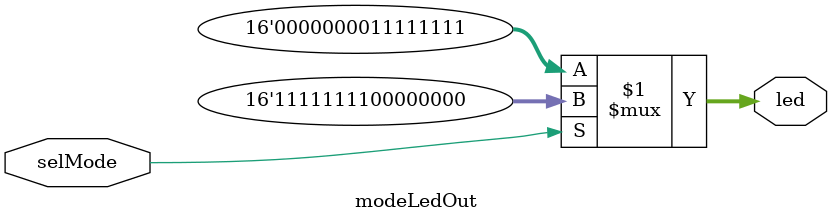
<source format=v>

`timescale 1ns / 1ps


module Prj_ClockStopWatch (
    input clk,
    input reset,
    input btn1,
    input btn2,
    input btnM,
    input RX,
    input sw_digit,

    output TX,
    output [3:0] fndCom,
    output [7:0] fndFont,
    output [15:0] led
);
    wire w_btn1Tick, w_btn2Tick, w_selMode;
    wire [6:0] w_clockMin, w_clockSec, w_stopWatchSec, w_stopWatchMil;
    wire [6:0] w_dataMSB, w_dataLSB;
    controlUnit U_controlUnit (
        .clk  (clk),
        .reset(reset),
        .btn1 (btn1),
        .btn2 (btn2),
        .btnM (btnM),
        .rx   (RX),

        .tx(TX),
        .btn1Tick(w_btn1Tick),
        .btn2Tick(w_btn2Tick),
        .selMode(w_selMode)
    );
    stopWatch U_stopWatch (
        .clk(clk),
        .reset(reset),
        .btn_Mode(w_selMode),
        .btn1_Tick(w_btn1Tick),
        .btn2_Tick(w_btn2Tick),
        .sw_digit(sw_digit),
        .stopWatch_MSB(w_stopWatchMil),
        .stopWatch_LSB(w_stopWatchSec)
    );

    prjClock U_prjClock (
        .clk(clk),
        .reset(reset),
        .selMode(w_selMode),
        .minSet(w_btn1Tick),
        .secSet(w_btn2Tick),
        .sw_digit(sw_digit),
        .clock_MSB(w_clockMin),
        .clock_LSB(w_clockSec)
    );

 
    mux2x1 U_muxMSB (
        .x0 (w_clockMin),
        .x1 (w_stopWatchSec),
        .sel(w_selMode),
        .y  (w_dataMSB)
    );

modeLedOut U_modeLedOut(
    .selMode(w_selMode),
    .led(led)
);
    

    mux2x1 U_muxLSB (
        .x0 (w_clockSec),
        .x1 (w_stopWatchMil),
        .sel(w_selMode),
        .y  (w_dataLSB)
    );
    fndController U_fndController (
        .clk(clk),
        .reset(reset),
        .selMode(w_selMode),
        .digit1(w_dataLSB),
        .digit2(w_dataMSB),
        .fndFont(fndFont),
        .com(fndCom)
    );

endmodule


module modeLedOut (
    input selMode,
    output [15:0] led
);
    assign led = selMode ? 16'b1111111100000000 : 16'b0000000011111111;
    
endmodule
</source>
